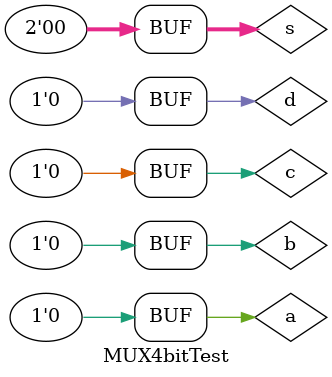
<source format=v>
`timescale 1ns / 1ps


module MUX4bitTest;

	// Inputs
	reg a;
	reg b;
	reg c;
	reg d;
	reg [1:0] s;

	// Outputs
	wire y;

	// Instantiate the Unit Under Test (UUT)
	Mux4Bit uut (
		.a(a), 
		.b(b), 
		.c(c), 
		.d(d), 
		.s(s), 
		.y(y)
	);

	initial begin
		// Initialize Inputs
		a = 0;
		b = 0;
		c = 0;
		d = 0;
		s = 2'b00;

		// Wait 100 ns for global reset to finish
		#100;
        
		// Add stimulus here
		#100;
		s=2'b00;
		a = 1;
		b = 0;
		c = 0;
		d = 0;
		#100;
		s=2'b01;
		a = 0;
		b = 1;
		c = 0;
		d = 0;
		#100;
		s=2'b10;
		a = 0;
		b = 0;
		c = 1;
		d = 0;
		#100;
		s=2'b11;
		a = 0;
		b = 0;
		c = 0;
		d = 1;
		#100;
		s=2'b00;
		a = 0;
		b = 0;
		c = 0;
		d = 0;
	end
      
endmodule


</source>
